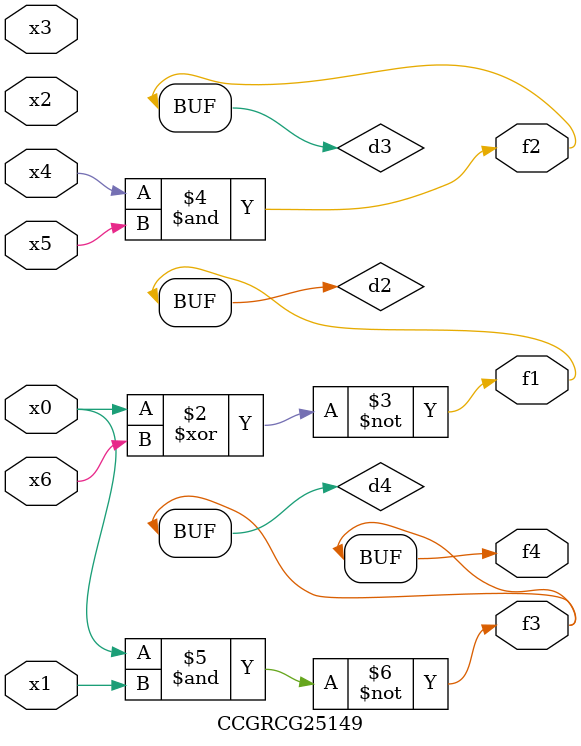
<source format=v>
module CCGRCG25149(
	input x0, x1, x2, x3, x4, x5, x6,
	output f1, f2, f3, f4
);

	wire d1, d2, d3, d4;

	nor (d1, x0);
	xnor (d2, x0, x6);
	and (d3, x4, x5);
	nand (d4, x0, x1);
	assign f1 = d2;
	assign f2 = d3;
	assign f3 = d4;
	assign f4 = d4;
endmodule

</source>
